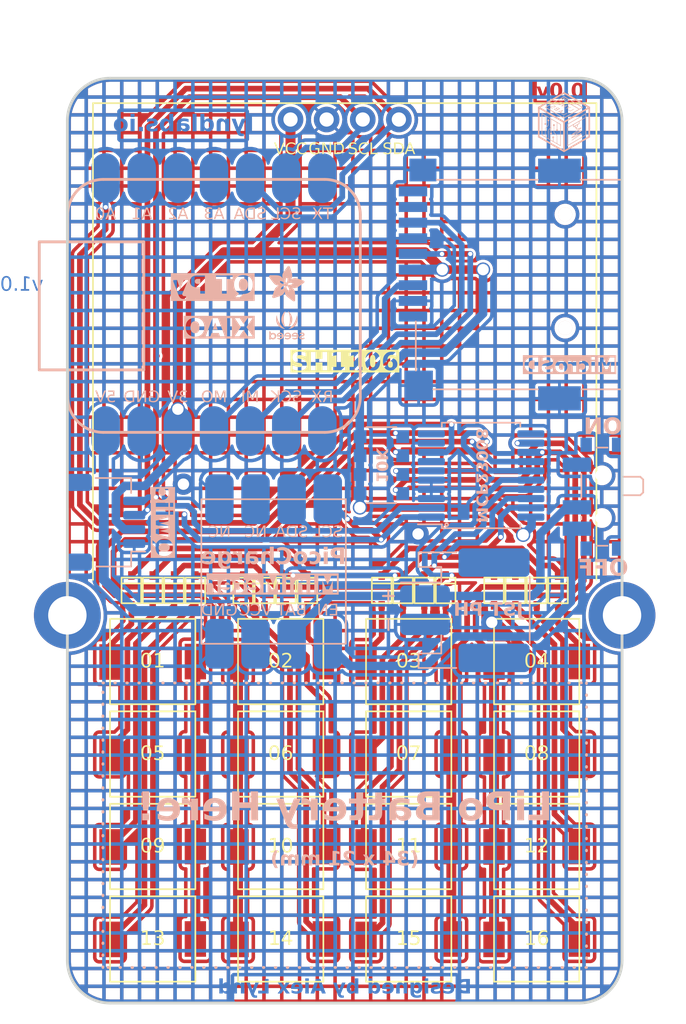
<source format=kicad_pcb>
(kicad_pcb (version 20221018) (generator pcbnew)
  (layers (0 "F.Cu" signal) (31 "B.Cu" signal) (34 "B.Paste" user) (35 "F.Paste" user) (36 "B.SilkS" user "B.Silkscreen") (37 "F.SilkS" user "F.Silkscreen") (38 "B.Mask" user) (39 "F.Mask" user) (44 "Edge.Cuts" user))
  (net 0 "")
  (net 1 "GND")
  (net 2 "+3V3")
  (net 3 "SDA")
  (net 4 "SCL")
  (net 5 "TX")
  (net 6 "RX")
  (net 7 "SCK")
  (net 8 "MISO")
  (net 9 "MOSI")
  (net 10 "+5V")
  (net 14 "VBAT")
  (net 15 "Net-(D1-A)")
  (net 16 "Net-(D2-A)")
  (net 17 "COL-4")
  (net 18 "COL-3")
  (net 19 "COL-2")
  (net 20 "COL-1")
  (net 21 "ROW-1")
  (net 22 "ROW-2")
  (net 24 "Net-(D3-A)")
  (net 25 "Net-(D4-A)")
  (net 26 "Net-(D5-A)")
  (net 27 "Net-(D6-A)")
  (net 28 "Net-(D7-A)")
  (net 29 "Net-(D8-A)")
  (net 30 "Net-(D9-A)")
  (net 31 "Net-(D10-A)")
  (net 32 "Net-(D11-A)")
  (net 33 "Net-(D12-A)")
  (net 34 "Net-(D13-A)")
  (net 35 "Net-(D14-A)")
  (net 36 "Net-(D15-A)")
  (net 37 "Net-(D16-A)")
  (net 38 "Net-(SW17-B)")
  (net 40 "ROW-3")
  (net 41 "ROW-4")
  (net 48 "INT")
  (footprint "Diode_SMD:D_SOD-323" (layer "F.Cu") (at 7.1 3.5 -90)
    (fp_text reference "D12" hide)
    (fp_text value "D_Small_Filled" hide)
  )
  (footprint "Diode_SMD:D_SOD-323" (layer "F.Cu") (at -10.5 3.5 -90)
    (fp_text reference "D4" hide)
    (fp_text value "D_Small_Filled" hide)
  )
  (footprint "Wardriver-Footprints:Smol" (layer "F.Cu") (at -4.5 15 180)
    (fp_text reference "SW6" hide)
    (fp_text value "Up")
  )
  (footprint "Wardriver-Footprints:Smol" (layer "F.Cu") (at 13.5 28 180)
    (fp_text reference "SW16" hide)
    (fp_text value "Up")
  )
  (footprint "Diode_SMD:D_SOD-323" (layer "F.Cu") (at 5.6 3.5 -90)
    (fp_text reference "D11" hide)
    (fp_text value "D_Small_Filled" hide)
  )
  (footprint "Wardriver-Footprints:Smol" (layer "F.Cu") (at -4.5 28 180)
    (fp_text reference "SW14" hide)
    (fp_text value "Up")
  )
  (footprint "Diode_SMD:D_SOD-323" (layer "F.Cu") (at 2.6 3.5 -90)
    (fp_text reference "D9" hide)
    (fp_text value "D_Small_Filled" hide)
  )
  (footprint "Wardriver-Footprints:Smol" (layer "F.Cu") (at -4.5 21.5 180)
    (fp_text reference "SW10" hide)
    (fp_text value "Up")
  )
  (footprint "Wardriver-Footprints:Smol" (layer "F.Cu") (at 13.5 8.5 180)
    (fp_text reference "SW4" hide)
    (fp_text value "Up")
  )
  (footprint "Wardriver-Footprints:Smol" (layer "F.Cu") (at 4.5 15 180)
    (fp_text reference "SW7" hide)
    (fp_text value "Up")
  )
  (footprint "Wardriver-Footprints:Smol" (layer "F.Cu") (at -13.5 28 180)
    (fp_text reference "SW13" hide)
    (fp_text value "Up")
  )
  (footprint "Wardriver-Footprints:Smol" (layer "F.Cu") (at 4.5 8.5 180)
    (fp_text reference "SW3" hide)
    (fp_text value "Up" hide)
  )
  (footprint "Diode_SMD:D_SOD-323" (layer "F.Cu") (at 10.5 3.5 -90)
    (fp_text reference "D16" hide)
    (fp_text value "D_Small_Filled" hide)
  )
  (footprint "Nugget-Modules:SH1106" (layer "F.Cu") (at 0 -14)
    (fp_text reference "J4" hide)
    (fp_text value "SH1106")
  )
  (footprint "Diode_SMD:D_SOD-323" (layer "F.Cu") (at 12 3.5 -90)
    (fp_text reference "D15" hide)
    (fp_text value "D_Small_Filled" hide)
  )
  (footprint "Wardriver-Footprints:Smol" (layer "F.Cu") (at 4.5 21.5 180)
    (fp_text reference "SW11" hide)
    (fp_text value "Up")
  )
  (footprint "Wardriver-Footprints:Smol" (layer "F.Cu") (at 13.5 15 180)
    (fp_text reference "SW8" hide)
    (fp_text value "Up")
  )
  (footprint "Wardriver-Footprints:Smol" (layer "F.Cu") (at -13.5 21.5 180)
    (fp_text reference "SW9" hide)
    (fp_text value "Up")
  )
  (footprint "Diode_SMD:D_SOD-323" (layer "F.Cu") (at -13.5 3.5 -90)
    (fp_text reference "D2" hide)
    (fp_text value "D_Small_Filled" hide)
  )
  (footprint "Diode_SMD:D_SOD-323" (layer "F.Cu") (at 13.5 3.5 -90)
    (fp_text reference "D14" hide)
    (fp_text value "D_Small_Filled" hide)
  )
  (footprint "MountingHole:MountingHole_2.7mm_M2.5_DIN965_Pad" (layer "F.Cu") (at 19.5 5.25)
    (fp_text reference "REF**" hide)
    (fp_text value "MountingHole_2.7mm_M2.5_DIN965_Pad" hide)
  )
  (footprint "Wardriver-Footprints:Smol" (layer "F.Cu") (at 4.5 28 180)
    (fp_text reference "SW15" hide)
    (fp_text value "Up")
  )
  (footprint "Diode_SMD:D_SOD-323" (layer "F.Cu") (at -7.14 3.5 -90)
    (fp_text reference "D8" hide)
    (fp_text value "D_Small_Filled" hide)
  )
  (footprint "Wardriver-Footprints:Smol" (layer "F.Cu") (at -13.5 8.5 180)
    (fp_text reference "SW1" hide)
    (fp_text value "Up")
  )
  (footprint "Diode_SMD:D_SOD-323" (layer "F.Cu") (at -4.14 3.5 -90)
    (fp_text reference "D6" hide)
    (fp_text value "D_Small_Filled" hide)
  )
  (footprint "Diode_SMD:D_SOD-323" (layer "F.Cu") (at -15 3.5 -90)
    (fp_text reference "D1" hide)
    (fp_text value "D_Small_Filled" hide)
  )
  (footprint "Wardriver-Footprints:Smol" (layer "F.Cu") (at 13.5 21.5 180)
    (fp_text reference "SW12" hide)
    (fp_text value "Up")
  )
  (footprint "Wardriver-Footprints:Smol" (layer "F.Cu") (at -4.5 8.5 180)
    (fp_text reference "SW2" hide)
    (fp_text value "Up")
  )
  (footprint "Diode_SMD:D_SOD-323" (layer "F.Cu") (at -2.62 3.5 -90)
    (fp_text reference "D5" hide)
    (fp_text value "D_Small_Filled" hide)
  )
  (footprint "Wardriver-Footprints:Smol" (layer "F.Cu") (at -13.5 15 180)
    (fp_text reference "SW5" hide)
    (fp_text value "Up")
  )
  (footprint "Diode_SMD:D_SOD-323" (layer "F.Cu") (at -12 3.5 -90)
    (fp_text reference "D3" hide)
    (fp_text value "D_Small_Filled" hide)
  )
  (footprint "Diode_SMD:D_SOD-323" (layer "F.Cu") (at -5.64 3.5 -90)
    (fp_text reference "D7" hide)
    (fp_text value "D_Small_Filled" hide)
  )
  (footprint "Diode_SMD:D_SOD-323" (layer "F.Cu") (at 4.1 3.5 -90)
    (fp_text reference "D10" hide)
    (fp_text value "D_Small_Filled" hide)
  )
  (footprint "Diode_SMD:D_SOD-323" (layer "F.Cu") (at 15 3.5 -90)
    (fp_text reference "D13" hide)
    (fp_text value "D_Small_Filled" hide)
  )
  (footprint "MountingHole:MountingHole_2.7mm_M2.5_DIN965_Pad" (layer "F.Cu") (at -19.5 5.25)
    (fp_text reference "REF**" hide)
    (fp_text value "MountingHole_2.7mm_M2.5_DIN965_Pad" hide)
  )
  (footprint "clipboard:2d2d1c66-76f1-4941-9572-424b0f1f1b1a" (layer "F.Cu") (at -4.25 -32.1)
    (fp_text reference "")
    (fp_text value "")
  )
  (footprint "PicoCharge:MiniMeter" (layer "B.Cu") (at -5 2.17)
    (fp_text reference "U3" hide)
    (fp_text value "~")
  )
  (footprint "Resistor_SMD:R_Array_Convex_4x1206" (layer "B.Cu") (at 2.58 -5.31 180)
    (fp_text reference "RN2" hide)
    (fp_text value "R_Pack04")
  )
  (footprint "Connector_JST:JST_SH_SM04B-SRSS-TB_1x04-1MP_P1.00mm_Horizontal" (layer "B.Cu") (at -16.8 -1.29 90)
    (fp_text reference "J3" hide)
    (fp_text value "Qwiic Connector")
  )
  (footprint "Wardriver-Footprints:MicroSD" (layer "B.Cu") (at 5 -18 -90)
    (fp_text reference "J1" hide)
    (fp_text value "MICRO-SD CARD" hide)
  )
  (footprint "Connector_JST:JST_PH_S2B-PH-SM4-TB_1x02-1MP_P2.00mm_Horizontal" (layer "B.Cu") (at 8.5 4.89 -90)
    (fp_text reference "J2" hide)
    (fp_text value "Conn_01x02_Female")
  )
  (footprint "Package_SO:SSOP-20_5.3x7.2mm_P0.65mm" (layer "B.Cu") (at 9.59 -4.58)
    (fp_text reference "U2" hide)
    (fp_text value "MCP23008-xSS")
  )
  (footprint "LOGO" (layer "B.Cu") (at 15.42 -29.43 180)
    (fp_text reference "G***" hide)
    (fp_text value "LOGO" hide)
  )
  (footprint "Wardriver-Footprints:MOUDLE14P-SMD-2.54-21X17.8MM" (layer "B.Cu") (at -9.19 -16.5 90)
    (fp_text reference "U1" hide)
    (fp_text value "XIAO ESP32-S2" hide)
  )
  (footprint "Button_Switch_SMD:SW_SPDT_PCM12" (layer "B.Cu") (at 17.76 -3.09 -90)
    (fp_text reference "SW17" hide)
    (fp_text value "SW_SPST")
  )
  (gr_rect (start -17 10) (end 17 30) (stroke (width 0.2) (type dot)) (fill none) (layer "B.SilkS"))
  (gr_arc (start 16.5 -32.5) (mid 18.62132 -31.62132) (end 19.5 -29.5) (stroke (width 0.2)) (layer "Edge.Cuts"))
  (gr_arc (start -16.5 32.5) (mid -18.62132 31.62132) (end -19.5 29.5) (stroke (width 0.2)) (layer "Edge.Cuts"))
  (gr_line (start 16.5 32.5) (end -16.5 32.5) (stroke (width 0.2)) (layer "Edge.Cuts"))
  (gr_line (start 19.5 -29.5) (end 19.5 29.5) (stroke (width 0.2)) (layer "Edge.Cuts"))
  (gr_arc (start -19.5 -29.5) (mid -18.62132 -31.62132) (end -16.5 -32.5) (stroke (width 0.2)) (layer "Edge.Cuts"))
  (gr_line (start -19.5 29.5) (end -19.5 -29.5) (stroke (width 0.2)) (layer "Edge.Cuts"))
  (gr_line (start -16.5 -32.5) (end 16.5 -32.5) (stroke (width 0.2)) (layer "Edge.Cuts"))
  (gr_arc (start 19.5 29.5) (mid 18.62132 31.62132) (end 16.5 32.5) (stroke (width 0.2)) (layer "Edge.Cuts"))
  (gr_text "v0.0" (at 15.17 -30.98) (layer "F.Cu") (effects (font (size 1 1) (thickness 0.25) bold) (justify bottom)))
  (gr_text "Designed by Alex Lynd" (at 0 32) (layer "B.Cu") (effects (font (size 1 1) (thickness 0.25) bold) (justify bottom mirror)))
  (gr_text "lyndlabs.io" (at -11.34 -28.58) (layer "B.Cu") (effects (font (size 1.15 1.15) (thickness 0.25) bold) (justify bottom mirror)))
  (gr_text "v1.0\n" (at -22.71 -17.98) (layer "B.Cu") (effects (font (size 1 1)) (justify mirror)))
  (gr_text "(34 x 21 mm)" (at 0 23) (layer "B.SilkS") (effects (font (size 1 1) (thickness 0.25) bold) (justify bottom mirror)))
  (gr_text "LiPo Battery Here!" (at 0 20) (layer "B.SilkS") (effects (font (size 2 2) (thickness 0.25) bold) (justify bottom mirror)))
  (via (at 5.16 -0.47) (size 1) (drill 0.8) (layers "F.Cu" "B.Cu") (net 1))
  (via (at 10.34 5.7405) (size 1) (drill 0.8) (layers "F.Cu" "B.Cu") (net 1))
  (via (at -11.34 -3.97) (size 1) (drill 0.8) (layers "F.Cu" "B.Cu") (net 1))
  (segment (start -3.81 -29.1) (end -3.81 -22.67) (width 0.7) (layer "F.Cu") (net 2))
  (segment (start 5.64 -20.27) (end -6.13 -20.27) (width 0.7) (layer "F.Cu") (net 2))
  (segment (start -3.81 -22.67) (end -6.21 -20.27) (width 0.7) (layer "F.Cu") (net 2))
  (segment (start 6.86 -19.05) (end 5.64 -20.27) (width 0.7) (layer "F.Cu") (net 2))
  (segment (start -11.73 -17.02) (end -11.73 -9.24) (width 0.7) (layer "F.Cu") (net 2))
  (segment (start -6.21 -20.27) (end -8.48 -20.27) (width 0.7) (layer "F.Cu") (net 2))
  (segment (start 12.55 -0.41) (end 10.63 -2.33) (width 0.6) (layer "F.Cu") (net 2))
  (segment (start 9.7295 -19.05) (end 6.86 -19.05) (width 0.6) (layer "F.Cu") (net 2))
  (segment (start -8.48 -20.27) (end -11.73 -17.02) (width 0.7) (layer "F.Cu") (net 2))
  (segment (start 10.63 -2.33) (end 1.07 -2.33) (width 0.6) (layer "F.Cu") (net 2))
  (via (at 6.86 -19.05) (size 1) (drill 0.8) (layers "F.Cu" "B.Cu") (net 2))
  (via (at 9.7295 -19.05) (size 1) (drill 0.8) (layers "F.Cu" "B.Cu") (net 2))
  (via (at 12.55 -0.41) (size 1) (drill 0.8) (layers "F.Cu" "B.Cu") (net 2))
  (via (at 1.07 -2.33) (size 1) (drill 0.8) (layers "F.Cu" "B.Cu") (net 2))
  (via (at -11.73 -9.24) (size 1) (drill 0.8) (layers "F.Cu" "B.Cu") (net 2))
  (segment (start -15.494239 -0.79) (end -16.09 -1.385761) (width 0.6) (layer "B.Cu") (net 2))
  (segment (start 13.14 -1) (end 12.55 -0.41) (width 0.6) (layer "B.Cu") (net 2))
  (segment (start 4.8 -19.05) (end 6.86 -19.05) (width 0.7) (layer "B.Cu") (net 2))
  (segment (start 1.06 -3.56) (end 1.07 -2.33) (width 0.6) (layer "B.Cu") (net 2))
  (segment (start -14.04 -3.85) (end -11.73 -6.16) (width 0.6) (layer "B.Cu") (net 2))
  (segment (start 1.06 -10.03005) (end 1.06 -4.9) (width 0.6) (layer "B.Cu") (net 2))
  (segment (start -15.47 -3.85) (end -14.04 -3.85) (width 0.6) (layer "B.Cu") (net 2))
  (segment (start 13.14 -1.38) (end 13.14 -1) (width 0.6) (layer "B.Cu") (net 2))
  (segment (start 9.7295 -15.959551) (end 6.979949 -13.21) (width 0.6) (layer "B.Cu") (net 2))
  (segment (start -16.09 -3.23) (end -15.47 -3.85) (width 0.6) (layer "B.Cu") (net 2))
  (segment (start 4.23995 -13.21) (end 1.06 -10.03005) (width 0.6) (layer "B.Cu") (net 2))
  (segment (start -11.73 -7.7) (end -11.73 -9.24) (width 0.6) (layer "B.Cu") (net 2))
  (segment (start -16.09 -1.385761) (end -16.09 -3.23) (width 0.6) (layer "B.Cu") (net 2))
  (segment (start -14.8 -0.79) (end -15.494239 -0.79) (width 0.6) (layer "B.Cu") (net 2))
  (segment (start -11.73 -6.16) (end -11.73 -7.7) (width 0.6) (layer "B.Cu") (net 2))
  (segment (start 9.7295 -19.05) (end 9.7295 -15.959551) (width 0.6) (layer "B.Cu") (net 2))
  (segment (start 1.07 -2.33) (end 1.06 -2.33) (width 0.6) (layer "B.Cu") (net 2))
  (segment (start 1.06 -4.9) (end 1.06 -3.56) (width 0.6) (layer "B.Cu") (net 2))
  (segment (start 6.979949 -13.21) (end 4.23995 -13.21) (width 0.6) (layer "B.Cu") (net 2))
  (segment (start -13.87 -29.07) (end -11.17 -31.77) (width 0.4) (layer "F.Cu") (net 3))
  (segment (start 1.64 -31.77) (end 3.81 -29.6) (width 0.4) (layer "F.Cu") (net 3))
  (segment (start -11.17 -31.77) (end 1.64 -31.77) (width 0.4) (layer "F.Cu") (net 3))
  (segment (start -13.87 -2.16) (end -13.87 -29.07) (width 0.4) (layer "F.Cu") (net 3))
  (via (at -13.87 -2.16) (size 0.4) (drill 0.3) (layers "F.Cu" "B.Cu") (net 3))
  (segment (start -13.87 -2.16) (end -13.877183 -2.16) (width 0.4) (layer "B.Cu") (net 3))
  (segment (start -14.247183 -1.79) (end -14.8 -1.79) (width 0.4) (layer "B.Cu") (net 3))
  (segment (start -11.021471 -2.4495) (end -13.587683 -2.4495) (width 0.4) (layer "B.Cu") (net 3))
  (segment (start -2.32 -0.69) (end -10.011472 -0.69) (width 0.4) (layer "B.Cu") (net 3))
  (segment (start 3.935 -2.305) (end 6.09 -2.305) (width 0.4) (layer "B.Cu") (net 3))
  (segment (start -0.990101 -23.33) (end -0.17 -24.150101) (width 0.4) (layer "B.Cu") (net 3))
  (segment (start -6.65 -25.290101) (end -4.689899 -23.33) (width 0.4) (layer "B.Cu") (net 3))
  (segment (start -0.17 -24.150101) (end -0.17 -25.74) (width 0.4) (layer "B.Cu") (net 3))
  (segment (start -13.587683 -2.4495) (end -13.87 -2.167183) (width 0.4) (layer "B.Cu") (net 3))
  (segment (start 3.19 -29.1) (end 3.81 -29.1) (width 0.4) (layer "B.Cu") (net 3))
  (segment (start -10.58 -1.258528) (end -10.58 -2.008029) (width 0.4) (layer "B.Cu") (net 3))
  (segment (start -13.877183 -2.16) (end -14.247183 -1.79) (width 0.4) (layer "B.Cu") (net 3))
  (segment (start -10.58 -2.008029) (end -11.021471 -2.4495) (width 0.4) (layer "B.Cu") (net 3))
  (segment (start -2.32 -0.69) (end 2.32 -0.69) (width 0.4) (layer "B.Cu") (net 3))
  (segment (start -6.65 -25.48) (end -6.65 -25.290101) (width 0.4) (layer "B.Cu") (net 3))
  (segment (start 2.32 -0.69) (end 3.935 -2.305) (width 0.4) (layer "B.Cu") (net 3))
  (segment (start -3.73 -2.91) (end -3.73 -2.1) (width 0.4) (layer "B.Cu") (net 3))
  (segment (start -13.87 -2.167183) (end -13.87 -2.16) (width 0.4) (layer "B.Cu") (net 3))
  (segment (start -4.689899 -23.33) (end -0.990101 -23.33) (width 0.4) (layer "B.Cu") (net 3))
  (segment (start -3.73 -2.1) (end -2.32 -0.69) (width 0.4) (layer "B.Cu") (net 3))
  (segment (start -0.17 -25.74) (end 3.19 -29.1) (width 0.4) (layer "B.Cu") (net 3))
  (segment (start -10.011472 -0.69) (end -10.58 -1.258528) (width 0.4) (layer "B.Cu") (net 3))
  (segment (start -0.3 -31.17) (end 1.27 -29.6) (width 0.4) (layer "F.Cu") (net 4))
  (segment (start -13.27 -28.821472) (end -10.921472 -31.17) (width 0.4) (layer "F.Cu") (net 4))
  (segment (start -13.27 -13.04) (end -13.27 -28.821472) (width 0.4) (layer "F.Cu") (net 4))
  (segment (start -10.921472 -31.17) (end -0.3 -31.17) (width 0.4) (layer "F.Cu") (net 4))
  (segment (start 2.56 -0.08) (end 1.89 -0.75) (width 0.4) (layer "F.Cu") (net 4))
  (segment (start -13.21 -12.98) (end -13.27 -13.04) (width 0.4) (layer "F.Cu") (net 4))
  (segment (start 1.89 -0.75) (end 0.97 -0.75) (width 0.4) (layer "F.Cu") (net 4))
  (segment (start -13.2705 -3.049606) (end -13.2705 -12.9195) (width 0.4) (layer "F.Cu") (net 4))
  (segment (start -13.2705 -12.9195) (end -13.21 -12.98) (width 0.4) (layer "F.Cu") (net 4))
  (segment (start 0.97 -0.75) (end 0.2 -1.52) (width 0.4) (layer "F.Cu") (net 4))
  (segment (start -13.2705 -3.0305) (end -12.0895 -1.8495) (width 0.4) (layer "F.Cu") (net 4))
  (segment (start -13.2705 -3.049606) (end -13.2705 -3.0305) (width 0.4) (layer "F.Cu") (net 4))
  (segment (start -12.0895 -1.8495) (end -11.27 -1.8495) (width 0.4) (layer "F.Cu") (net 4))
  (via (at 2.56 -0.08) (size 0.4) (drill 0.3) (layers "F.Cu" "B.Cu") (net 4))
  (via (at -13.2705 -3.049606) (size 0.4) (drill 0.3) (layers "F.Cu" "B.Cu") (net 4))
  (via (at 0.2 -1.52) (size 0.4) (drill 0.3) (layers "F.Cu" "B.Cu") (net 4))
  (via (at -11.27 -1.8495) (size 0.4) (drill 0.3) (layers "F.Cu" "B.Cu") (net 4))
  (segment (start -13.2705 -3.049606) (end -13.270394 -3.0495) (width 0.4) (layer "B.Cu") (net 4))
  (segment (start -0.2 -27.63) (end 1.27 -29.1) (width 0.4) (layer "B.Cu") (net 4))
  (segment (start -2.71 -27.63) (end -0.2 -27.63) (width 0.4) (layer "B.Cu") (net 4))
  (segment (start -13.2705 -3.049606) (end -13.836105 -3.049606) (width 0.4) (layer "B.Cu") (net 4))
  (segment (start -4.11 -26.23) (end -2.71 -27.63) (width 0.4) (layer "B.Cu") (net 4))
  (segment (start -10.25 -0.08) (end 2.56 -0.08) (width 0.4) (layer "B.Cu") (net 4))
  (segment (start -14.095711 -2.79) (end -14.8 -2.79) (width 0.4) (layer "B.Cu") (net 4))
  (segment (start 2.558528 -0.08) (end 2.558528 -0.08) (width 0.4) (layer "B.Cu") (net 4))
  (segment (start -11.27 -1.8495) (end -11.27 -1.1) (width 0.4) (layer "B.Cu") (net 4))
  (segment (start 2.56 -0.081472) (end 4.133528 -1.655) (width 0.4) (layer "B.Cu") (net 4))
  (segment (start -1.19 -2.91) (end 0.2 -1.52) (width 0.4) (layer "B.Cu") (net 4))
  (segment (start 2.56 -0.08) (end 2.56 -0.081472) (width 0.4) (layer "B.Cu") (net 4))
  (segment (start 4.133528 -1.655) (end 6.09 -1.655) (width 0.4) (layer "B.Cu") (net 4))
  (segment (start -13.836105 -3.049606) (end -14.095711 -2.79) (width 0.4) (layer "B.Cu") (net 4))
  (segment (start -11.27 -1.1) (end -10.25 -0.08) (width 0.4) (layer "B.Cu") (net 4))
  (segment (start -4.11 -25.48) (end -4.11 -26.23) (width 0.4) (layer "B.Cu") (net 4))
  (segment (start 6.84 -20.15) (end 8.8295 -20.15) (width 0.4) (layer "F.Cu") (net 7))
  (via (at 8.8295 -20.15) (size 0.4) (drill 0.3) (layers "F.Cu" "B.Cu") (net 7))
  (via (at 6.84 -20.15) (size 0.4) (drill 0.3) (layers "F.Cu" "B.Cu") (net 7))
  (segment (start -0.11 -9.85) (end -2.149899 -9.85) (width 0.4) (layer "B.Cu") (net 7))
  (segment (start 8.83 -16.05) (end 6.69 -13.91) (width 0.4) (layer "B.Cu") (net 7))
  (segment (start 3.95 -13.91) (end -0.11 -9.85) (width 0.4) (layer "B.Cu") (net 7))
  (segment (start -4.11 -7.889899) (end -4.11 -7.7) (width 0.4) (layer "B.Cu") (net 7))
  (segment (start -2.149899 -9.85) (end -4.11 -7.889899) (width 0.4) (layer "B.Cu") (net 7))
  (segment (start 6.69 -13.91) (end 3.95 -13.91) (width 0.4) (layer "B.Cu") (net 7))
  (segment (start 8.8295 -20.15) (end 8.83 -20.1495) (width 0.4) (layer "B.Cu") (net 7))
  (segment (start 4.8 -20.15) (end 6.84 -20.15) (width 0.4) (layer "B.Cu") (net 7))
  (segment (start 8.83 -20.1495) (end 8.83 -16.05) (width 0.4) (layer "B.Cu") (net 7))
  (segment (start 8.23 -20.8) (end 6.68 -22.35) (width 0.4) (layer "B.Cu") (net 8))
  (segment (start -6.65 -7.889899) (end -4.089899 -10.45) (width 0.4) (layer "B.Cu") (net 8))
  (segment (start -0.358528 -10.45) (end 3.701472 -14.51) (width 0.4) (layer "B.Cu") (net 8))
  (segment (start 8.23 -16.298528) (end 8.23 -20.8) (width 0.4) (layer "B.Cu") (net 8))
  (segment (start 6.441472 -14.51) (end 8.23 -16.298528) (width 0.4) (layer "B.Cu") (net 8))
  (segment (start 6.68 -22.35) (end 4.8 -22.35) (width 0.4) (layer "B.Cu") (net 8))
  (segment (start -4.089899 -10.45) (end -0.358528 -10.45) (width 0.4) (layer "B.Cu") (net 8))
  (segment (start 3.701472 -14.51) (end 6.441472 -14.51) (width 0.4) (layer "B.Cu") (net 8))
  (segment (start -6.65 -7.7) (end -6.65 -7.889899) (width 0.4) (layer "B.Cu") (net 8))
  (segment (start 2.81 -14.467056) (end 2.81 -17.01) (width 0.4) (layer "B.Cu") (net 9))
  (segment (start -0.607056 -11.05) (end 2.81 -14.467056) (width 0.4) (layer "B.Cu") (net 9))
  (segment (start -9.19 -7.889899) (end -6.029899 -11.05) (width 0.4) (layer "B.Cu") (net 9))
  (segment (start 2.81 -17.01) (end 3.75 -17.95) (width 0.4) (layer "B.Cu") (net 9))
  (segment (start 3.75 -17.95) (end 4.8 -17.95) (width 0.4) (layer "B.Cu") (net 9))
  (segment (start -9.19 -7.7) (end -9.19 -7.889899) (width 0.4) (layer "B.Cu") (net 9))
  (segment (start -6.029899 -11.05) (end -0.607056 -11.05) (width 0.4) (layer "B.Cu") (net 9))
  (segment (start -6.27 6.555076) (end -6.27 7.25) (width 0.7) (layer "B.Cu") (net 10))
  (segment (start -16.81 -7.7) (end -16.94 -7.57) (width 0.7) (layer "B.Cu") (net 10))
  (segment (start -7.875076 4.95) (end -6.27 6.555076) (width 0.7) (layer "B.Cu") (net 10))
  (segment (start -16.94 -7.57) (end -16.94 2.73) (width 0.7) (layer "B.Cu") (net 10))
  (segment (start -14.72 4.95) (end -7.875076 4.95) (width 0.7) (layer "B.Cu") (net 10))
  (segment (start -16.94 2.73) (end -14.72 4.95) (width 0.7) (layer "B.Cu") (net 10))
  (segment (start 13.76 3.33) (end 13.76 -0.488629) (width 0.6) (layer "B.Cu") (net 14))
  (segment (start -3.73 6.625786) (end -0.994214 3.89) (width 0.6) (layer "B.Cu") (net 14))
  (segment (start 5.65 3.89) (end 13.2 3.89) (width 0.6) (layer "B.Cu") (net 14))
  (segment (start -0.994214 3.89) (end 5.65 3.89) (width 0.6) (layer "B.Cu") (net 14))
  (segment (start 13.2 3.89) (end 13.76 3.33) (width 0.6) (layer "B.Cu") (net 14))
  (segment (start 13.76 -0.488629) (end 15.611371 -2.34) (width 0.6) (layer "B.Cu") (net 14))
  (segment (start -3.73 7.25) (end -3.73 6.625786) (width 0.6) (layer "B.Cu") (net 14))
  (segment (start 15.611371 -2.34) (end 16.33 -2.34) (width 0.6) (layer "B.Cu") (net 14))
  (segment (start -15 4.55) (end -15 5.862944) (width 0.4) (layer "F.Cu") (net 15))
  (segment (start -16.5 7.362944) (end -16.5 8.53) (width 0.4) (layer "F.Cu") (net 15))
  (segment (start -15 5.862944) (end -16.5 7.362944) (width 0.4) (layer "F.Cu") (net 15))
  (segment (start -16.5 14.51) (end -15.28 13.29) (width 0.4) (layer "F.Cu") (net 16))
  (segment (start -15.28 13.29) (end -15.28 6.991472) (width 0.4) (layer "F.Cu") (net 16))
  (segment (start -13.5 5.211472) (end -13.5 4.55) (width 0.4) (layer "F.Cu") (net 16))
  (segment (start -15.28 6.991472) (end -13.5 5.211472) (width 0.4) (layer "F.Cu") (net 16))
  (segment (start -16.5 15.03) (end -16.5 14.51) (width 0.4) (layer "F.Cu") (net 16))
  (segment (start 12.4 -4.27) (end 10.32 -4.27) (width 0.4) (layer "F.Cu") (net 17))
  (segment (start 16.81 2.813528) (end 15.773528 3.85) (width 0.4) (layer "F.Cu") (net 17))
  (segment (start 16.81 -5.38) (end 16.81 2.813528) (width 0.4) (layer "F.Cu") (net 17))
  (segment (start 9.875 3.85) (end 9.21 4.515) (width 0.4) (layer "F.Cu") (net 17))
  (segment (start 12.15 -6.85) (end 12.16 -6.84) (width 0.4) (layer "F.Cu") (net 17))
  (segment (start 10.5 28) (end 10.5 8.5) (width 0.7) (layer "F.Cu") (net 17))
  (segment (start 9.69 -4.9) (end 3.61 -4.9) (width 0.4) (layer "F.Cu") (net 17))
  (segment (start 12.94 -4.81) (end 12.4 -4.27) (width 0.4) (layer "F.Cu") (net 17))
  (segment (start 12.94 -6.19) (end 12.94 -4.81) (width 0.4) (layer "F.Cu") (net 17))
  (segment (start 13.59 -6.84) (end 12.94 -6.19) (width 0.4) (layer "F.Cu") (net 17))
  (segment (start 15.773528 3.85) (end 9.875 3.85) (width 0.4) (layer "F.Cu") (net 17))
  (segment (start 10.5 8.11) (end 10.5 8.5) (width 0.4) (layer "F.Cu") (net 17))
  (segment (start 12.16 -6.84) (end 13.59 -6.84) (width 0.4) (layer "F.Cu") (net 17))
  (segment (start 15.35 -6.84) (end 16.81 -5.38) (width 0.4) (layer "F.Cu") (net 17))
  (segment (start 13.59 -6.84) (end 15.35 -6.84) (width 0.4) (layer "F.Cu") (net 17))
  (segment (start 10.32 -4.27) (end 9.69 -4.9) (width 0.4) (layer "F.Cu") (net 17))
  (segment (start 9.21 6.82) (end 10.5 8.11) (width 0.4) (layer "F.Cu") (net 17))
  (segment (start 9.21 4.515) (end 9.21 6.82) (width 0.4) (layer "F.Cu") (net 17))
  (via (at 12.15 -6.85) (size 0.4) (drill 0.3) (layers "F.Cu" "B.Cu") (net 17))
  (via (at 3.61 -4.9) (size 0.4) (drill 0.3) (layers "F.Cu" "B.Cu") (net 17))
  (segment (start 12.155 -6.855) (end 13.09 -6.855) (width 0.4) (layer "B.Cu") (net 17))
  (segment (start 12.15 -6.85) (end 12.155 -6.855) (width 0.4) (layer "B.Cu") (net 17))
  (segment (start 16.21 2.565) (end 15.525 3.25) (width 0.4) (layer "F.Cu") (net 18))
  (segment (start 12.648528 -3.67) (end 13.54 -4.561472) (width 0.4) (layer "F.Cu") (net 18))
  (segment (start 7.5 7.98) (end 7.5 8.5) (width 0.4) (layer "F.Cu") (net 18))
  (segment (start 13.54 -4.561472) (end 13.54 -5.8555) (width 0.4) (layer "F.Cu") (net 18))
  (segment (start 8.61 6.87) (end 7.5 7.98) (width 0.4) (layer "F.Cu") (net 18))
  (segment (start 3.59 -3.56) (end 4.3 -4.27) (width 0.4) (layer "F.Cu") (net 18))
  (segment (start 16.21 -4.01) (end 16.21 -2.6) (width 0.4) (layer "F.Cu") (net 18))
  (segment (start 13.89 -6.2055) (end 15.135972 -6.2055) (width 0.4) (layer "F.Cu") (net 18))
  (segment (start 15.525 3.25) (end 9.626472 3.25) (width 0.4) (layer "F.Cu") (net 18))
  (segment (start 13.54 -5.8555) (end 13.89 -6.2055) (width 0.4) (layer "F.Cu") (net 18))
  (segment (start 16.21 -2.6) (end 16.21 2.565) (width 0.4) (layer "F.Cu") (net 18))
  (segment (start 7.5 28) (end 7.5 8.5) (width 0.7) (layer "F.Cu") (net 18))
  (segment (start 16.21 -5.131472) (end 16.21 -2.6) (width 0.4) (layer "F.Cu") (net 18))
  (segment (start 4.3 -4.27) (end 9.471472 -4.27) (width 0.4) (layer "F.Cu") (net 18))
  (segment (start 15.135972 -6.2055) (end 16.21 -5.131472) (width 0.4) (layer "F.Cu") (net 18))
  (segment (start 10.071472 -3.67) (end 12.648528 -3.67) (width 0.4) (layer "F.Cu") (net 18))
  (segment (start 9.471472 -4.27) (end 10.071472 -3.67) (width 0.4) (layer "F.Cu") (net 18))
  (segment (start 9.626472 3.25) (end 8.61 4.266472) (width 0.4) (layer "F.Cu") (net 18))
  (segment (start 8.61 4.266472) (end 8.61 6.87) (width 0.4) (layer "F.Cu") (net 18))
  (via (at 3.59 -3.56) (size 0.4) (drill 0.3) (layers "F.Cu" "B.Cu") (net 18))
  (via (at 13.89 -6.2055) (size 0.4) (drill 0.3) (layers "F.Cu" "B.Cu") (net 18))
  (segment (start 3.59 -3.56) (end 3.6 -3.56) (width 0.4) (layer "B.Cu") (net 18))
  (segment (start 13.89 -6.2055) (end 13.0905 -6.2055) (width 0.4) (layer "B.Cu") (net 18))
  (segment (start 13.0905 -6.2055) (end 13.09 -6.205) (width 0.4) (layer "B.Cu") (net 18))
  (segment (start -7.5 7.99) (end -7.5 8.5) (width 0.4) (layer "F.Cu") (net 19))
  (segment (start -8.66 6.83) (end -7.5 7.99) (width 0.4) (layer "F.Cu") (net 19))
  (segment (start 2.72 -6.96) (end 2.85 -6.96) (width 0.4) (layer "F.Cu") (net 19))
  (segment (start 8.96 -6.9605) (end 8.9595 -6.96) (width 0.4) (layer "F.Cu") (net 19))
  (segment (start -15.911472 3.24) (end -9.866472 3.24) (width 0.4) (layer "F.Cu") (net 19))
  (segment (start 2.72 -6.96) (end 1.06 -6.96) (width 0.4) (layer "F.Cu") (net 19))
  (segment (start -16.25 0.77) (end -16.25 2.901472) (width 0.4) (layer "F.Cu") (net 19))
  (segment (start -16.25 2.901472) (end -15.911472 3.24) (width 0.4) (layer "F.Cu") (net 19))
  (segment (start 2.85 -6.96) (end 3.59 -6.22) (width 0.4) (layer "F.Cu") (net 19))
  (segment (start -5.85 -0.05) (end -15.43 -0.05) (width 0.4) (layer "F.Cu") (net 19))
  (segment (start -7.5 8.5) (end -7.5 28) (width 0.7) (layer "F.Cu") (net 19))
  (segment (start -15.43 -0.05) (end -16.25 0.77) (width 0.4) (layer "F.Cu") (net 19))
  (segment (start -9.866472 3.24) (end -8.66 4.446472) (width 0.4) (layer "F.Cu") (net 19))
  (segment (start 1.06 -6.96) (end -5.85 -0.05) (width 0.4) (layer "F.Cu") (net 19))
  (segment (start 8.9595 -6.96) (end 2.72 -6.96) (width 0.4) (layer "F.Cu") (net 19))
  (segment (start -8.66 4.446472) (end -8.66 6.83) (width 0.4) (layer "F.Cu") (net 19))
  (via (at 8.96 -6.9605) (size 0.4) (drill 0.3) (layers "F.Cu" "B.Cu") (net 19))
  (via (at 3.59 -6.22) (size 0.4) (drill 0.3) (layers "F.Cu" "B.Cu") (net 19))
  (segment (start 8.96 -6.9605) (end 10.3655 -5.555) (width 0.4) (layer "B.Cu") (net 19))
  (segment (start 10.3655 -5.555) (end 13.09 -5.555) (width 0.4) (layer "B.Cu") (net 19))
  (segment (start 4.06 -6.22) (end 3.59 -6.22) (width 0.4) (layer "B.Cu") (net 19))
  (segment (start 9.395 -7.56) (end 3.58 -7.56) (width 0.4) (layer "F.Cu") (net 20))
  (segment (start -10.115 3.84) (end -9.26 4.695) (width 0.4) (layer "F.Cu") (net 20))
  (segment (start -16.85 3.15) (end -16.16 3.84) (width 0.4) (layer "F.Cu") (net 20))
  (segment (start 9.9925 -6.9625) (end 9.395 -7.56) (width 0.4) (layer "F.Cu") (net 20))
  (segment (start 0.811472 -7.56) (end -6.098528 -0.65) (width 0.4) (layer "F.Cu") (net 20))
  (segment (start -9.26 6.82) (end -10.5 8.06) (width 0.4) (layer "F.Cu") (net 20))
  (segment (start -6.098528 -0.65) (end -15.678528 -0.65) (width 0.4) (layer "F.Cu") (net 20))
  (segment (start 3.58 -7.56) (end 0.811472 -7.56) (width 0.4) (layer "F.Cu") (net 20))
  (segment (start -16.16 3.84) (end -10.115 3.84) (width 0.4) (layer "F.Cu") (net 20))
  (segment (start -9.26 4.695) (end -9.26 6.82) (width 0.4) (layer "F.Cu") (net 20))
  (segment (start -10.5 8.06) (end -10.5 8.5) (width 0.4) (layer "F.Cu") (net 20))
  (segment (start -15.678528 -0.65) (end -16.85 0.521472) (width 0.4) (layer "F.Cu") (net 20))
  (segment (start -10.5 28) (end -10.5 8.5) (width 0.7) (layer "F.Cu") (net 20))
  (segment (start -16.85 0.521472) (end -16.85 3.15) (width 0.4) (layer "F.Cu") (net 20))
  (via (at 9.9925 -6.9625) (size 0.4) (drill 0.3) (layers "F.Cu" "B.Cu") (net 20))
  (via (at 3.58 -7.56) (size 0.4) (drill 0.3) (layers "F.Cu" "B.Cu") (net 20))
  (segment (start 9.9925 -6.9625) (end 9.3945 -7.5605) (width 0.4) (layer "B.Cu") (net 20))
  (segment (start 10.166972 -4.905) (end 13.09 -4.905) (width 0.4) (layer "B.Cu") (net 20))
  (segment (start 9.3945 -7.5605) (end 8.711472 -7.5605) (width 0.4) (layer "B.Cu") (net 20))
  (segment (start 8.36 -7.209028) (end 8.36 -6.711972) (width 0.4) (layer "B.Cu") (net 20))
  (segment (start 4.06 -7.56) (end 3.58 -7.56) (width 0.4) (layer "B.Cu") (net 20))
  (segment (start 8.36 -6.711972) (end 10.166972 -4.905) (width 0.4) (layer "B.Cu") (net 20))
  (segment (start 8.711472 -7.5605) (end 8.36 -7.209028) (width 0.4) (layer "B.Cu") (net 20))
  (segment (start 13.648528 1.75) (end 14.58 1.75) (width 0.4) (layer "F.Cu") (net 21))
  (segment (start 14.58 1.75) (end 15 2.17) (width 0.4) (layer "F.Cu") (net 21))
  (segment (start 10.97 -0.26) (end 10.16 0.55) (width 0.4) (layer "F.Cu") (net 21))
  (segment (start -2.62 2.45) (end 2.6 2.45) (width 0.4) (layer "F.Cu") (net 21))
  (segment (start -13.1 0.55) (end -4.52 0.55) (width 0.4) (layer "F.Cu") (net 21))
  (segment (start -15 2.45) (end -13.1 0.55) (width 0.4) (layer "F.Cu") (net 21))
  (segment (start 12.448528 0.55) (end 13.648528 1.75) (width 0.4) (layer "F.Cu") (net 21))
  (segment (start -4.52 0.55) (end -2.62 2.45) (width 0.4) (layer "F.Cu") (net 21))
  (segment (start 4.5 0.55) (end 2.6 2.45) (width 0.4) (layer "F.Cu") (net 21))
  (segment (start 10.16 0.55) (end 6.99 0.55) (width 0.4) (layer "F.Cu") (net 21))
  (segment (start 6.99 0.55) (end 12.448528 0.55) (width 0.4) (layer "F.Cu") (net 21))
  (segment (start 6.99 0.55) (end 4.5 0.55) (width 0.4) (layer "F.Cu") (net 21))
  (via (at 10.97 -0.26) (size 0.4) (drill 0.3) (layers "F.Cu" "B.Cu") (net 21))
  (segment (start 10.975584 -1.68) (end 11.600584 -2.305) (width 0.4) (layer "B.Cu") (net 21))
  (segment (start 10.975584 -0.265584) (end 10.975584 -1.68) (width 0.4) (layer "B.Cu") (net 21))
  (segment (start 11.600584 -2.305) (end 13.09 -2.305) (width 0.4) (layer "B.Cu") (net 21))
  (segment (start 10.97 -0.26) (end 10.975584 -0.265584) (width 0.4) (layer "B.Cu") (net 21))
  (segment (start -4.14 2.45) (end -3.63 2.45) (width 0.4) (layer "F.Cu") (net 22))
  (segment (start 7.017908 1.150964) (end 7.018872 1.15) (width 0.4) (layer "F.Cu") (net 22))
  (segment (start -5.44 1.15) (end -4.14 2.45) (width 0.4) (layer "F.Cu") (net 22))
  (segment (start -13.5 2.45) (end -12.2 1.15) (width 0.4) (layer "F.Cu") (net 22))
  (segment (start 4.1 2.45) (end 3.53 2.45) (width 0.4) (layer "F.Cu") (net 22))
  (segment (start 5.399036 1.150964) (end 4.1 2.45) (width 0.4) (layer "F.Cu") (net 22))
  (segment (start 7.017908 1.150964) (end 5.399036 1.150964) (width 0.4) (layer "F.Cu") (net 22))
  (segment (start -12.2 1.15) (end -5.44 1.15) (width 0.4) (layer "F.Cu") (net 22))
  (segment (start 7.018872 1.15) (end 12.2 1.15) (width 0.4) (layer "F.Cu") (net 22))
  (segment (start 12.2 1.15) (end 13.5 2.45) (width 0.4) (layer "F.Cu") (net 22))
  (via (at -3.63 2.45) (size 0.4) (drill 0.3) (layers "F.Cu" "B.Cu") (net 22))
  (via (at 3.53 2.45) (size 0.4) (drill 0.3) (layers "F.Cu" "B.Cu") (net 22))
  (via (at 7.017908 1.150964) (size 0.4) (drill 0.3) (layers "F.Cu" "B.Cu") (net 22))
  (segment (start 8.028872 0.14) (end 9.388528 0.14) (width 0.4) (layer "B.Cu") (net 22))
  (segment (start 10.375584 -0.847056) (end 10.375584 -1.928528) (width 0.4) (layer "B.Cu") (net 22))
  (segment (start 7.017908 1.150964) (end 8.028872 0.14) (width 0.4) (layer "B.Cu") (net 22))
  (segment (start 3.53 2.45) (end -3.63 2.45) (width 0.4) (layer "B.Cu") (net 22))
  (segment (start 10.375584 -1.928528) (end 11.402056 -2.955) (width 0.4) (layer "B.Cu") (net 22))
  (segment (start 11.402056 -2.955) (end 13.09 -2.955) (width 0.4) (layer "B.Cu") (net 22))
  (segment (start 9.388528 0.14) (end 10.375584 -0.847056) (width 0.4) (layer "B.Cu") (net 22))
  (segment (start -14.68 19.71) (end -16.5 21.53) (width 0.4) (layer "F.Cu") (net 24))
  (segment (start -14.68 7.24) (end -14.68 19.71) (width 0.4) (layer "F.Cu") (net 24))
  (segment (start -12 4.55) (end -12 4.56) (width 0.4) (layer "F.Cu") (net 24))
  (segment (start -12 4.56) (end -14.68 7.24) (width 0.4) (layer "F.Cu") (net 24))
  (segment (start -14.08 7.955) (end -10.675 4.55) (width 0.4) (layer "F.Cu") (net 25))
  (segment (start -16.5 28.03) (end -14.08 25.61) (width 0.4) (layer "F.Cu") (net 25))
  (segment (start -14.08 25.61) (end -14.08 7.955) (width 0.4) (layer "F.Cu") (net 25))
  (segment (start -2.6 4.55) (end -2.6 6.8) (width 0.4) (layer "F.Cu") (net 26))
  (segment (start -2.6 6.8) (end -1.5 7.9) (width 0.4) (layer "F.Cu") (net 26))
  (segment (start -1.5 7.9) (end -1.5 8.47) (width 0.4) (layer "F.Cu") (net 26))
  (segment (start -1.54 14.93) (end -1.54 11.23) (width 0.4) (layer "F.Cu") (net 27))
  (segment (start -1.5 14.97) (end -1.54 14.93) (width 0.4) (layer "F.Cu") (net 27))
  (segment (start -1.54 11.23) (end -2.65 10.12) (width 0.4) (layer "F.Cu") (net 27))
  (segment (start -2.65 8.142944) (end -4.1 6.692944) (width 0.4) (layer "F.Cu") (net 27))
  (segment (start -4.1 6.692944) (end -4.1 4.55) (width 0.4) (layer "F.Cu") (net 27))
  (segment (start -2.65 10.12) (end -2.65 8.142944) (width 0.4) (layer "F.Cu") (net 27))
  (segment (start -3.25 16.02) (end -1.49 17.78) (width 0.4) (layer "F.Cu") (net 28))
  (segment (start -1.49 21.46) (end -1.5 21.47) (width 0.4) (layer "F.Cu") (net 28))
  (segment (start -5.6 6.041472) (end -3.25 8.391472) (width 0.4) (layer "F.Cu") (net 28))
  (segment (start -3.25 8.391472) (end -3.25 16.02) (width 0.4) (layer "F.Cu") (net 28))
  (segment (start -5.6 4.55) (end -5.6 6.041472) (width 0.4) (layer "F.Cu") (net 28))
  (segment (start -1.49 17.78) (end -1.49 21.46) (width 0.4) (layer "F.Cu") (net 28))
  (segment (start -2.71 17.408528) (end -2.71 26.76) (width 0.4) (layer "F.Cu") (net 29))
  (segment (start -7.1 5.39) (end -3.85 8.64) (width 0.4) (layer "F.Cu") (net 29))
  (segment (start -3.85 16.268528) (end -2.71 17.408528) (width 0.4) (layer "F.Cu") (net 29))
  (segment (start -2.71 26.76) (end -1.5 27.97) (width 0.4) (layer "F.Cu") (net 29))
  (segment (start -7.1 4.55) (end -7.1 5.39) (width 0.4) (layer "F.Cu") (net 29))
  (segment (start -3.85 8.64) (end -3.85 16.268528) (width 0.4) (layer "F.Cu") (net 29))
  (segment (start 1.5 7.91) (end 2.6 6.81) (width 0.4) (layer "F.Cu") (net 30))
  (segment (start 1.5 8.53) (end 1.5 7.91) (width 0.4) (layer "F.Cu") (net 30))
  (segment (start 2.6 6.81) (end 2.6 4.55) (width 0.4) (layer "F.Cu") (net 30))
  (segment (start 2.65 13.88) (end 2.65 8.27) (width 0.4) (layer "F.Cu") (net 31))
  (segment (start 4.1 6.82) (end 4.1 4.55) (width 0.4) (layer "F.Cu") (net 31))
  (segment (start 1.5 15.03) (end 2.65 13.88) (width 0.4) (layer "F.Cu") (net 31))
  (segment (start 2.65 8.27) (end 4.1 6.82) (width 0.4) (layer "F.Cu") (net 31))
  (segment (start 1.34 21.37) (end 1.34 17.77) (width 0.4) (layer "F.Cu") (net 32))
  (segment (start 5.6 6.168528) (end 5.6 4.55) (width 0.4) (layer "F.Cu") (net 32))
  (segment (start 1.5 21.53) (end 1.34 21.37) (width 0.4) (layer "F.Cu") (net 32))
  (segment (start 3.25 8.518528) (end 5.6 6.168528) (width 0.4) (layer "F.Cu") (net 32))
  (segment (start 3.25 15.86) (end 3.25 8.518528) (width 0.4) (layer "F.Cu") (net 32))
  (segment (start 1.34 17.77) (end 3.25 15.86) (width 0.4) (layer "F.Cu") (net 32))
  (segment (start 3.85 8.767056) (end 7.1 5.517056) (width 0.4) (layer "F.Cu") (net 33))
  (segment (start 2.66 26.87) (end 2.66 17.298528) (width 0.4) (layer "F.Cu") (net 33))
  (segment (start 7.1 5.517056) (end 7.1 4.55) (width 0.4) (layer "F.Cu") (net 33))
  (segment (start 1.5 28.03) (end 2.66 26.87) (width 0.4) (layer "F.Cu") (net 33))
  (segment (start 2.66 17.298528) (end 3.85 16.108528) (width 0.4) (layer "F.Cu") (net 33))
  (segment (start 3.85 16.108528) (end 3.85 8.767056) (width 0.4) (layer "F.Cu") (net 33))
  (segment (start 16.5 7.33) (end 15 5.83) (width 0.4) (layer "F.Cu") (net 34))
  (segment (start 15 5.83) (end 15 4.55) (width 0.4) (layer "F.Cu") (net 34))
  (segment (start 16.5 8.47) (end 16.5 7.33) (width 0.4) (layer "F.Cu") (net 34))
  (segment (start 15.35 7.028528) (end 13.5 5.178528) (width 0.4) (layer "F.Cu") (net 35))
  (segment (start 16.5 14.41) (end 15.35 13.26) (width 0.4) (layer "F.Cu") (net 35))
  (segment (start 16.5 14.97) (end 16.5 14.41) (width 0.4) (layer "F.Cu") (net 35))
  (segment (start 15.35 13.26) (end 15.35 7.028528) (width 0.4) (layer "F.Cu") (net 35))
  (segment (start 13.5 5.178528) (end 13.5 4.55) (width 0.4) (layer "F.Cu") (net 35))
  (segment (start 14.75 19.22) (end 14.75 7.3) (width 0.4) (layer "F.Cu") (net 36))
  (segment (start 14.75 7.3) (end 12 4.55) (width 0.4) (layer "F.Cu") (net 36))
  (segment (start 16.5 20.97) (end 14.75 19.22) (width 0.4) (layer "F.Cu") (net 36))
  (segment (start 16.5 21.47) (end 16.5 20.97) (width 0.4) (layer "F.Cu") (net 36))
  (segment (start 16.5 27.32) (end 14.15 24.97) (width 0.4) (layer "F.Cu") (net 37))
  (segment (start 16.5 27.97) (end 16.5 27.32) (width 0.4) (layer "F.Cu") (net 37))
  (segment (start 14.15 8.2) (end 10.5 4.55) (width 0.4) (layer "F.Cu") (net 37))
  (segment (start 14.15 24.97) (end 14.15 8.2) (width 0.4) (layer "F.Cu") (net 37))
  (segment (start 15.91 -0.42) (end 15.91 4.28) (width 0.6) (layer "B.Cu") (net 38))
  (segment (start 15.91 4.28) (end 13.45 6.74) (width 0.6) (layer "B.Cu") (net 38))
  (segment (start 5.717437 8.81) (end 0.37 8.81) (width 0.6) (layer "B.Cu") (net 38))
  (segment (start 7.787437 6.74) (end 5.717437 8.81) (width 0.6) (layer "B.Cu") (net 38))
  (segment (start 0.37 8.81) (end -1.19 7.25) (width 0.6) (layer "B.Cu") (net 38))
  (segment (start 13.45 6.74) (end 7.787437 6.74) (width 0.6) (layer "B.Cu") (net 38))
  (segment (start 16.33 -0.84) (end 15.91 -0.42) (width 0.6) (layer "B.Cu") (net 38))
  (segment (start -6.34 1.75) (end -5.64 2.45) (width 0.4) (layer "F.Cu") (net 40))
  (segment (start -4.84 3.25) (end 4.8 3.25) (width 0.4) (layer "F.Cu") (net 40))
  (segment (start 6.3 1.75) (end 11.3 1.75) (width 0.4) (layer "F.Cu") (net 40))
  (segment (start 6.3 1.75) (end 5.6 2.45) (width 0.4) (layer "F.Cu") (net 40))
  (segment (start -12 2.45) (end -11.3 1.75) (width 0.4) (layer "F.Cu") (net 40))
  (segment (start -5.64 2.45) (end -4.84 3.25) (width 0.4) (layer "F.Cu") (net 40))
  (segment (start 4.8 3.25) (end 5.6 2.45) (width 0.4) (layer "F.Cu") (net 40))
  (segment (start -11.3 1.75) (end -6.34 1.75) (width 0.4) (layer "F.Cu") (net 40))
  (segment (start 11.3 1.75) (end 12 2.45) (width 0.4) (layer "F.Cu") (net 40))
  (via (at 6.3 1.75) (size 0.4) (drill 0.3) (layers "F.Cu" "B.Cu") (net 40))
  (segment (start 7.780344 -0.46) (end 9.14 -0.46) (width 0.4) (layer "B.Cu") (net 40))
  (segment (start 6.3 1.75) (end 6.3 1.020344) (width 0.4) (layer "B.Cu") (net 40))
  (segment (start 9.775584 -2.177056) (end 11.203528 -3.605) (width 0.4) (layer "B.Cu") (net 40))
  (segment (start 11.203528 -3.605) (end 13.09 -3.605) (width 0.4) (layer "B.Cu") (net 40))
  (segment (start 9.775584 -1.095584) (end 9.775584 -2.177056) (width 0.4) (layer "B.Cu") (net 40))
  (segment (start 6.3 1.020344) (end 7.780344 -0.46) (width 0.4) (layer "B.Cu") (net 40))
  (segment (start 9.14 -0.46) (end 9.775584 -1.095584) (width 0.4) (layer "B.Cu") (net 40))
  (segment (start -10.5 2.45) (end -7.14 2.45) (width 0.4) (layer "F.Cu") (net 41))
  (segment (start 7.53 2.45) (end 10.5 2.45) (width 0.4) (layer "F.Cu") (net 41))
  (segment (start 7.1 2.45) (end 7.53 2.45) (width 0.4) (layer "F.Cu") (net 41))
  (segment (start -5.815 3.85) (end 5.7 3.85) (width 0.4) (layer "F.Cu") (net 41))
  (segment (start -7.14 2.525) (end -5.815 3.85) (width 0.4) (layer "F.Cu") (net 41))
  (segment (start 5.7 3.85) (end 7.1 2.45) (width 0.4) (layer "F.Cu") (net 41))
  (segment (start -7.14 2.45) (end -7.14 2.525) (width 0.4) (layer "F.Cu") (net 41))
  (via (at 7.53 2.45) (size 0.4) (drill 0.3) (layers "F.Cu" "B.Cu") (net 41))
  (segment (start 7.53 2.45) (end 6.151472 2.45) (width 0.4) (layer "B.Cu") (net 41))
  (segment (start 6.151472 2.45) (end 5.63 1.928528) (width 0.4) (layer "B.Cu") (net 41))
  (segment (start 5.63 0.841816) (end 7.531816 -1.06) (width 0.4) (layer "B.Cu") (net 41))
  (segment (start 5.63 1.928528) (end 5.63 0.841816) (width 0.4) (layer "B.Cu") (net 41))
  (segment (start 9.175584 -2.425584) (end 11.005 -4.255) (width 0.4) (layer "B.Cu") (net 41))
  (segment (start 9.175584 -1.344112) (end 9.175584 -2.425584) (width 0.4) (layer "B.Cu") (net 41))
  (segment (start 7.531816 -1.06) (end 8.891472 -1.06) (width 0.4) (layer "B.Cu") (net 41))
  (segment (start 11.005 -4.255) (end 13.09 -4.255) (width 0.4) (layer "B.Cu") (net 41))
  (segment (start 8.891472 -1.06) (end 9.175584 -1.344112) (width 0.4) (layer "B.Cu") (net 41))
  (segment (start 0.562944 -8.16) (end -6.347056 -1.25) (width 0.4) (layer "F.Cu") (net 48))
  (segment (start -16.81 -21.89) (end -16.81 -23.44) (width 0.4) (layer "F.Cu") (net 48))
  (segment (start -6.347056 -1.25) (end -17.36 -1.25) (width 0.4) (layer "F.Cu") (net 48))
  (segment (start 7.51 -8.1595) (end 7.5095 -8.16) (width 0.4) (layer "F.Cu") (net 48))
  (segment (start -18.62 -2.51) (end -18.62 -20.08) (width 0.4) (layer "F.Cu") (net 48))
  (segment (start 7.5095 -8.16) (end 0.562944 -8.16) (width 0.4) (layer "F.Cu") (net 48))
  (segment (start -18.62 -20.08) (end -16.81 -21.89) (width 0.4) (layer "F.Cu") (net 48))
  (segment (start -17.36 -1.25) (end -18.62 -2.51) (width 0.4) (layer "F.Cu") (net 48))
  (via (at 7.51 -8.1595) (size 0.4) (drill 0.3) (layers "F.Cu" "B.Cu") (net 48))
  (via (at -16.81 -23.44) (size 0.4) (drill 0.3) (layers "F.Cu" "B.Cu") (net 48))
  (segment (start 7.51 -8.1595) (end 7.51 -6.582538) (width 0.4) (layer "B.Cu") (net 48))
  (segment (start -16.81 -25.48) (end -16.81 -23.44) (width 0.4) (layer "B.Cu") (net 48))
  (segment (start 7.51 -6.582538) (end 7.132462 -6.205) (width 0.4) (layer "B.Cu") (net 48))
  (segment (start 7.132462 -6.205) (end 6.09 -6.205) (width 0.4) (layer "B.Cu") (net 48))
  (zone (net 1) (net_name "GND") (layers "F&B.Cu") (connect_pads (clearance 0.2)) (min_thickness 0.2) (fill yes (mode hatch) (thermal_gap 0.2) (thermal_bridge_width 0.2) (hatch_thickness 0.25) (hatch_gap 1) (hatch_orientation 0) (hatch_border_algorithm hatch_thickness) (hatch_min_hole_area 0.3))
    (polygon (pts (xy -24 -38) (xy 24 -38) (xy 24 34) (xy -24 34)))
  )
)
</source>
